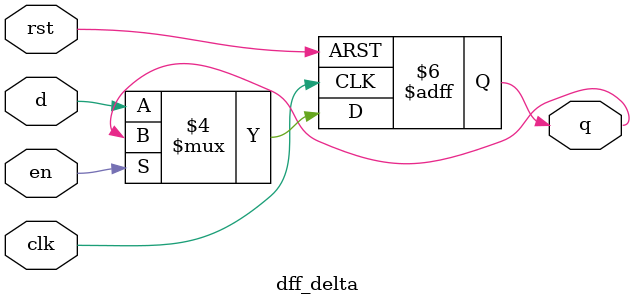
<source format=v>
module dff_delta(clk, rst, en, d, q);

    input clk, rst, en, d;
    output reg q;

    always @(negedge clk, negedge rst) begin 

        if (~rst) begin
            q <= 1'b0;
        end    
        
        else begin
            if (~en)
                q <= d;
        end 
    end
endmodule 

</source>
